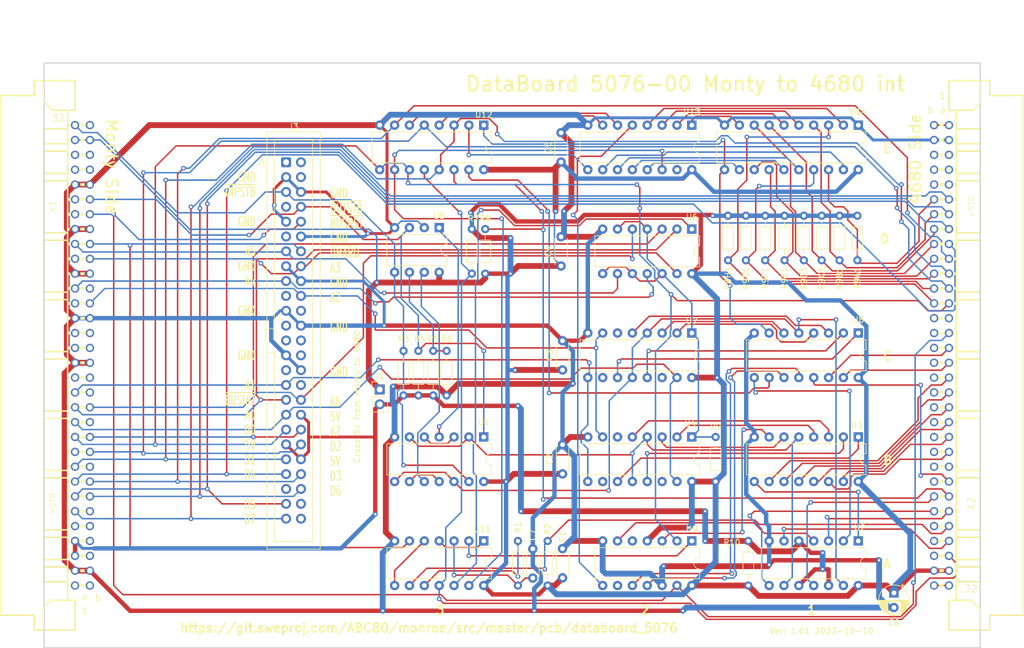
<source format=kicad_pcb>
(kicad_pcb (version 20221018) (generator pcbnew)

  (general
    (thickness 1.6)
  )

  (paper "A4")
  (title_block
    (title "DataBoard 5076-00")
    (date "2023-10-10")
    (rev "v1.01")
    (company "SweProj")
    (comment 1 "Monty to 4680 int")
  )

  (layers
    (0 "F.Cu" signal)
    (31 "B.Cu" signal)
    (32 "B.Adhes" user "B.Adhesive")
    (33 "F.Adhes" user "F.Adhesive")
    (34 "B.Paste" user)
    (35 "F.Paste" user)
    (36 "B.SilkS" user "B.Silkscreen")
    (37 "F.SilkS" user "F.Silkscreen")
    (38 "B.Mask" user)
    (39 "F.Mask" user)
    (40 "Dwgs.User" user "User.Drawings")
    (41 "Cmts.User" user "User.Comments")
    (42 "Eco1.User" user "User.Eco1")
    (43 "Eco2.User" user "User.Eco2")
    (44 "Edge.Cuts" user)
    (45 "Margin" user)
    (46 "B.CrtYd" user "B.Courtyard")
    (47 "F.CrtYd" user "F.Courtyard")
    (48 "B.Fab" user)
    (49 "F.Fab" user)
    (50 "User.1" user)
    (51 "User.2" user)
    (52 "User.3" user)
    (53 "User.4" user)
    (54 "User.5" user)
    (55 "User.6" user)
    (56 "User.7" user)
    (57 "User.8" user)
    (58 "User.9" user)
  )

  (setup
    (pad_to_mask_clearance 0)
    (pcbplotparams
      (layerselection 0x00010fc_ffffffff)
      (plot_on_all_layers_selection 0x0000000_00000000)
      (disableapertmacros false)
      (usegerberextensions false)
      (usegerberattributes true)
      (usegerberadvancedattributes true)
      (creategerberjobfile true)
      (dashed_line_dash_ratio 12.000000)
      (dashed_line_gap_ratio 3.000000)
      (svgprecision 4)
      (plotframeref false)
      (viasonmask false)
      (mode 1)
      (useauxorigin false)
      (hpglpennumber 1)
      (hpglpenspeed 20)
      (hpglpendiameter 15.000000)
      (dxfpolygonmode true)
      (dxfimperialunits true)
      (dxfusepcbnewfont true)
      (psnegative false)
      (psa4output false)
      (plotreference true)
      (plotvalue true)
      (plotinvisibletext false)
      (sketchpadsonfab false)
      (subtractmaskfromsilk false)
      (outputformat 1)
      (mirror false)
      (drillshape 1)
      (scaleselection 1)
      (outputdirectory "")
    )
  )

  (net 0 "")
  (net 1 "unconnected-(X1A-1-PadA1)")
  (net 2 "Net-(U5-COMREF)")
  (net 3 "Net-(U5-1OUT)")
  (net 4 "unconnected-(X1A-5-PadA5)")
  (net 5 "/~{BUSRST}")
  (net 6 "/D0")
  (net 7 "/D2")
  (net 8 "/D1")
  (net 9 "/D4")
  (net 10 "Net-(U3-~{Y6})")
  (net 11 "Net-(U8-~{Y6})")
  (net 12 "unconnected-(X1A-15-PadA15)")
  (net 13 "Net-(U7-E01)")
  (net 14 "unconnected-(X1A-17-PadA17)")
  (net 15 "unconnected-(X1A-18-PadA18)")
  (net 16 "Net-(U1-Pad11)")
  (net 17 "unconnected-(X1A-20-PadA20)")
  (net 18 "Net-(U5-2OUT)")
  (net 19 "/D3")
  (net 20 "unconnected-(X1A-23-PadA23)")
  (net 21 "unconnected-(X1A-26-PadA26)")
  (net 22 "unconnected-(X1A-27-PadA27)")
  (net 23 "unconnected-(X1A-29-PadA29)")
  (net 24 "unconnected-(X1A-30-PadA30)")
  (net 25 "unconnected-(X1B-1-PadB1)")
  (net 26 "unconnected-(X1B-3-PadB3)")
  (net 27 "unconnected-(X1B-4-PadB4)")
  (net 28 "unconnected-(X1B-5-PadB5)")
  (net 29 "unconnected-(X1B-6-PadB6)")
  (net 30 "/D6")
  (net 31 "/D5")
  (net 32 "unconnected-(X1B-9-PadB9)")
  (net 33 "/D7")
  (net 34 "unconnected-(X1B-12-PadB12)")
  (net 35 "unconnected-(X1B-14-PadB14)")
  (net 36 "unconnected-(X1B-15-PadB15)")
  (net 37 "unconnected-(X1B-17-PadB17)")
  (net 38 "unconnected-(X1B-18-PadB18)")
  (net 39 "/~{PREN}")
  (net 40 "unconnected-(X1B-21-PadB21)")
  (net 41 "/~{R{slash}W}")
  (net 42 "/~{INT7}")
  (net 43 "/~{INT6}")
  (net 44 "VCC")
  (net 45 "/~{INT4}")
  (net 46 "unconnected-(X1B-29-PadB29)")
  (net 47 "unconnected-(X1B-30-PadB30)")
  (net 48 "/~{INT3}")
  (net 49 "unconnected-(X1B-32-PadB32)")
  (net 50 "/~{INT2}")
  (net 51 "Net-(U12-OEb)")
  (net 52 "/~{INT1}")
  (net 53 "Net-(U4-D0)")
  (net 54 "Net-(U3-~{E2})")
  (net 55 "/~{INT0}")
  (net 56 "Net-(U1-Pad3)")
  (net 57 "Net-(U3-A0)")
  (net 58 "/~{TREN}")
  (net 59 "/~{PRAC}")
  (net 60 "Net-(U12-OEa)")
  (net 61 "unconnected-(U7-~{Q1}-Pad6)")
  (net 62 "Net-(U3-A1)")
  (net 63 "Net-(U3-A2)")
  (net 64 "Net-(U3-~{E1})")
  (net 65 "Net-(U3-E3)")
  (net 66 "Net-(R1-Pad2)")
  (net 67 "GND")
  (net 68 "/~{STR_OUT}")
  (net 69 "Net-(C7-Pad1)")
  (net 70 "/~{STRINP}")
  (net 71 "/~{C4}")
  (net 72 "/~{C3}")
  (net 73 "/~{C2}")
  (net 74 "/~{C1}")
  (net 75 "+5V")
  (net 76 "unconnected-(U4-~{Q1}-Pad6)")
  (net 77 "unconnected-(J3-Pin_1-Pad1)")
  (net 78 "unconnected-(J3-Pin_2-Pad2)")
  (net 79 "unconnected-(U4-~{Q2}-Pad10)")
  (net 80 "unconnected-(U4-~{Q3}-Pad14)")
  (net 81 "unconnected-(J3-Pin_4-Pad4)")
  (net 82 "unconnected-(U7-~{Q2}-Pad10)")
  (net 83 "Net-(U7-Q2)")
  (net 84 "Net-(U7-Q3)")
  (net 85 "Net-(U9A-~{Q})")
  (net 86 "Net-(U3-~{Y7})")
  (net 87 "unconnected-(J3-Pin_7-Pad7)")
  (net 88 "unconnected-(U7-~{Q3}-Pad14)")
  (net 89 "Net-(U11-Pad12)")
  (net 90 "Net-(U9A-~{R})")
  (net 91 "Net-(U11-Pad1)")
  (net 92 "Net-(U11-Pad5)")
  (net 93 "unconnected-(U9A-Q-Pad5)")
  (net 94 "Net-(U7-Q1)")
  (net 95 "Net-(U7-~{Q0})")
  (net 96 "Net-(U7-Q0)")
  (net 97 "unconnected-(J3-Pin_11-Pad11)")
  (net 98 "Net-(U8-~{Y4})")
  (net 99 "Net-(U8-~{Y3})")
  (net 100 "/~{OUT}")
  (net 101 "/~{OPS}")
  (net 102 "/~{STAT}")
  (net 103 "Net-(U13-EI)")
  (net 104 "unconnected-(U9B-Q-Pad9)")
  (net 105 "Net-(U12-I1)")
  (net 106 "/~{INP}")
  (net 107 "Net-(U12-I2)")
  (net 108 "Net-(U12-I3)")
  (net 109 "Net-(U12-I4)")
  (net 110 "unconnected-(J3-Pin_19-Pad19)")
  (net 111 "Net-(U13-I4)")
  (net 112 "Net-(U13-I5)")
  (net 113 "Net-(U13-I6)")
  (net 114 "Net-(U13-I7)")
  (net 115 "Net-(U13-IO)")
  (net 116 "Net-(U13-I1)")
  (net 117 "Net-(U13-I2)")
  (net 118 "Net-(U13-I3)")
  (net 119 "unconnected-(U13-EO-Pad15)")
  (net 120 "unconnected-(J3-Pin_22-Pad22)")
  (net 121 "unconnected-(J3-Pin_23-Pad23)")
  (net 122 "unconnected-(J3-Pin_25-Pad25)")
  (net 123 "unconnected-(J3-Pin_26-Pad26)")
  (net 124 "unconnected-(J3-Pin_28-Pad28)")
  (net 125 "unconnected-(J3-Pin_29-Pad29)")
  (net 126 "unconnected-(J3-Pin_32-Pad32)")
  (net 127 "unconnected-(J3-Pin_45-Pad45)")
  (net 128 "unconnected-(J3-Pin_48-Pad48)")
  (net 129 "unconnected-(J3-Pin_50-Pad50)")
  (net 130 "unconnected-(X1A-10-PadA10)")
  (net 131 "/~{XINPSTB}")
  (net 132 "/~{XOUTSTB}")
  (net 133 "/XA5")
  (net 134 "/~{DMARQ}")
  (net 135 "/XA3")
  (net 136 "/XA4")
  (net 137 "/XA1")
  (net 138 "/~{BUSINT}")
  (net 139 "/XA6")
  (net 140 "/XA0")
  (net 141 "/XA7")
  (net 142 "/XA2")
  (net 143 "/~{CS}")
  (net 144 "/~{INT5}")
  (net 145 "/-12V")
  (net 146 "/~{TRRQ}")
  (net 147 "/~{BPCLK}")
  (net 148 "/GNDB")
  (net 149 "/~{INT}")
  (net 150 "/~{CSB}")
  (net 151 "/~{NMI}")
  (net 152 "/12V")
  (net 153 "/~{XMEMWR}")
  (net 154 "/~{XMEMFL}")
  (net 155 "/3MHz")
  (net 156 "/~{XCSB2}")
  (net 157 "/~{XCSB3}")
  (net 158 "/~{XCSB4}")
  (net 159 "/~{XCSB5}")
  (net 160 "/A11")
  (net 161 "/A10")
  (net 162 "/A9")
  (net 163 "/~{EXP}")
  (net 164 "/~{BUSEN}")
  (net 165 "/~{DSTB}")
  (net 166 "/A5")
  (net 167 "/A4")
  (net 168 "/A1")
  (net 169 "/A0")
  (net 170 "/~{DIRW{slash}R}")

  (footprint "Package_DIP:DIP-16_W7.62mm" (layer "F.Cu") (at 155.702 91.186 -90))

  (footprint "Resistor_THT:R_Axial_DIN0204_L3.6mm_D1.6mm_P7.62mm_Horizontal" (layer "F.Cu") (at 159.766 116.586 90))

  (footprint "Resistor_THT:R_Axial_DIN0204_L3.6mm_D1.6mm_P7.62mm_Horizontal" (layer "F.Cu") (at 171.546 78.74 90))

  (footprint "Package_DIP:DIP-14_W7.62mm" (layer "F.Cu") (at 120.142 126.746 -90))

  (footprint "Resistor_THT:R_Axial_DIN0204_L3.6mm_D1.6mm_P7.62mm_Horizontal" (layer "F.Cu") (at 125.984 134.366 90))

  (footprint "Resistor_THT:R_Axial_DIN0204_L3.6mm_D1.6mm_P7.62mm_Horizontal" (layer "F.Cu") (at 168.244 78.74 90))

  (footprint "Resistor_THT:R_Axial_DIN0204_L3.6mm_D1.6mm_P7.62mm_Horizontal" (layer "F.Cu") (at 131.064 134.366 90))

  (footprint "Resistor_THT:R_Axial_DIN0204_L3.6mm_D1.6mm_P7.62mm_Horizontal" (layer "F.Cu") (at 164.942 78.74 90))

  (footprint "Package_DIP:DIP-20_W7.62mm" (layer "F.Cu") (at 184.15 55.626 -90))

  (footprint "Capacitor_THT:CP_Radial_D5.0mm_P2.50mm" (layer "F.Cu") (at 190.246 135.636 -90))

  (footprint "Resistor_THT:R_Axial_DIN0204_L3.6mm_D1.6mm_P7.62mm_Horizontal" (layer "F.Cu") (at 113.792 101.854 90))

  (footprint "Resistor_THT:R_Axial_DIN0204_L3.6mm_D1.6mm_P7.62mm_Horizontal" (layer "F.Cu") (at 177.896 78.74 90))

  (footprint "Resistor_THT:R_Axial_DIN0204_L3.6mm_D1.6mm_P7.62mm_Horizontal" (layer "F.Cu") (at 180.944 78.74 90))

  (footprint "Package_DIP:DIP-16_W7.62mm" (layer "F.Cu") (at 120.142 55.626 -90))

  (footprint "Package_DIP:DIP-14_W7.62mm" (layer "F.Cu") (at 155.702 73.406 -90))

  (footprint "Capacitor_THT:C_Disc_D4.3mm_W1.9mm_P5.00mm" (layer "F.Cu") (at 133.604 115.276 90))

  (footprint "Resistor_THT:R_Axial_DIN0204_L3.6mm_D1.6mm_P7.62mm_Horizontal" (layer "F.Cu") (at 165.354 126.746 -90))

  (footprint "Capacitor_THT:C_Disc_D4.3mm_W1.9mm_P5.00mm" (layer "F.Cu") (at 133.35 61.936 90))

  (footprint "databoard_5076:FAB64Q" (layer "F.Cu") (at 202.184 94.996))

  (footprint "Resistor_THT:R_Axial_DIN0204_L3.6mm_D1.6mm_P7.62mm_Horizontal" (layer "F.Cu") (at 106.426 101.854 90))

  (footprint "Resistor_THT:R_Axial_DIN0204_L3.6mm_D1.6mm_P7.62mm_Horizontal" (layer "F.Cu") (at 161.894 78.74 90))

  (footprint "Connector_IDC:IDC-Header_2x25_P2.54mm_Vertical" (layer "F.Cu")
    (tstamp 8cdf41d2-888b-4000-adcd-859c207bc70c)
    (at 86.36 61.976)
    (descr "Through hole IDC box header, 2x25, 2.54mm pitch, DIN 41651 / IEC 60603-13, double rows, https://docs.google.com/spreadsheets/d/16SsEcesNF15N3Lb4niX7dcUr-NY5_MFPQhobNuNppn4/edit#gid=0")
    (tags "Through hole vertical IDC box header THT 2x25 2.54mm double row")
    (property "Sheetfile" "databoard_5076.kicad_sch")
    (property "Sheetname" "")
    (property "ki_description" "Generic connector, double row, 02x25, odd/even pin numbering scheme (row 1 odd numbers, row 2 even numbers), script generated (kicad-library-utils/schlib/autogen/connector/)")
    (property "ki_keywords" "connector")
    (path "/726686d0-076e-4646-9f80-587f9beaca4c")
    (attr through_hole)
    (fp_text reference "J3" (at 1.27 -6.1) (layer "F.SilkS")
        (effects (font (size 1 1) (thickness 0.15)))
      (tstamp b766fb11-afe3-4bd1-8c5d-1b84b097c0f7)
    )
    (fp_text value "Conn_02x25_Odd_Even" (at 1.27 67.06) (layer "F.Fab")
        (effects (font (size 1 1) (thickness 0.15)))
      (tstamp 12521d5e-3f01-43c0-8543-4410ffbdff87)
    )
    (fp_text user "${REFERENCE}" (at 1.27 30.48 90) (layer "F.Fab")
        (effects (font (size 1 1) (thickness 0.15)))
      (tstamp ba4883d6-8ec4-4ddd-a471-d1cc1ab001ab)
    )
    (fp_line (start -4.68 -0.5) (end -4.68 0.5)
      (stroke (width 0.12) (type solid)) (layer "F.SilkS") (tstamp 99694679-48e3-44b7-892a-a6a249c35027))
    (fp_line (start -4.68 0.5) (end -3.68 0)
      (stroke (width 0.12) (type solid)) (layer "F.SilkS") (tstamp a0650d93-a3ce-492c-bdbc-af5c711cf2ed))
    (fp_line (start -3.68 0) (end -4.68 -0.5)
      (stroke (width 0.12) (type solid)) (layer "F.SilkS") (tstamp 5f1f44fa-9b08-476c-b6a0-112147158c8a))
    (fp_line (start -3.29 -5.21) (end 5.83 -5.21)
      (stroke (width 0.12) (type solid)) (layer "F.SilkS") (tstamp f75428dd-10c7-4e17-9259-946b8f84cd0d))
    (fp_line (start -3.29 28.43) (end -1.98 28.43)
      (stroke (width 0.12) (type solid)) (layer "F.SilkS") (tstamp 9499dfea-90d0-4533-871b-484724037704))
    (fp_line (start -3.29 66.17) (end -3.29 -5.21)
      (stroke (width 0.12) (type solid)) (layer "F.SilkS") (tstamp 6d8aa5aa-8c8a-4365-9193-55dc7f84ebb0))
    (fp_line (start -1.98 -3.91) (end 4.52 -3.91)
      (stroke (width 0.12) (type solid)) (layer "F.SilkS") (tstamp 211e4532-d902-4d36-8da3-c496f1f81137))
    (fp_line (start -1.98 28.43) (end -1.98 -3.91)
      (stroke (width 0.12) (type solid)) (layer "F.SilkS") (tstamp 7898d542-3857-48f7-b444-94ac981bb125))
    (fp_line (start -1.98 32.53) (end -3.29 32.53)
      (stroke (width 0.12) (type solid)) (layer "F.SilkS") (tstamp 6b292712-2f7b-4cac-b21f-0c50f38ac869))
    (fp_line (start -1.98 32.53) (end -1.98 32.53)
      (stroke (width 0.12) (type solid)) (layer "F.SilkS") (tstamp 46456993-6856-4569-a6af-c5915116b5aa))
    (fp_line (start -1.98 64.87) (end -1.98 32.53)
      (stroke (width 0.12) (type solid)) (layer "F.SilkS") (tstamp 01887cc5-f766-419e-8604-e168edda5dcc))
    (fp_line (start 4.52 -3.91) (end 4.52 64.87)
      (stroke (width 0.12) (type solid)) (layer "F.SilkS") (tstamp 28d52036-87c9-4e7d-b2aa-6a04e4f65b82))
    (fp_line (start 4.52 64.87) (end -1.98 64.87)
      (stroke (width 0.12) (type solid)) (layer "F.SilkS") (tstamp cc7c1555-99ef-4821-a771-58e9fd1612be))
    (fp_line (start 5.83 -5.21) (end 5.83 66.17)
      (stroke (width 0.12) (type solid)) (layer "F.SilkS") (tstamp 132074e2-6c36-4f87-aed7-872c76791f6e))
    (fp_line (start 5.83 66.17) (end -3.29 66.17)
      (stroke (width 0.12) (type solid)) (layer "F.SilkS") (tstamp 5094c417-5330-4d04-83b9-fe49db2056c1))
    (fp_line (start -3.68 -5.6) (end -3.68 66.56)
      (stroke (width 0.05) (type solid)) (layer "F.CrtYd") (tstamp fa16a02d-b021-4f05-ae9e-9146541fb092))
    (fp_line (start -3.68 66.56) (end 6.22 66.56)
      (stroke (width 0.05) (type solid)) (layer "F.CrtYd") (tstamp 883c5b1f-d585-4fee-887e-b90870641023))
    (fp_line (start 6.22 -5.6) (end -3.68 -5.6)
      (stroke (width 0.05) (type solid)) (layer "F.CrtYd") (tstamp ecfb39e9-4dc7-4012-90f3-b7c2bd3c54fc))
    (fp_line (start 6.22 66.56) (end 6.22 -5.6)
      (stroke (width 0.05) (type solid)) (layer "F.CrtYd") (tstamp 7c0dbbcc-c14f-47d9-848c-9091ab5d332f))
    (fp_line (start -3.18 -4.1) (end -2.18 -5.1)
      (stroke (width 0.1) (type solid)) (layer "F.Fab") (tstamp ebd9221b-74af-422b-ad2a-9c0fefc58b14))
    (fp_line (start -3.18 28.43) (end -1.98 28.43)
      (stroke (width 0.1) (type solid)) (layer "F.Fab") (tstamp 847308f3-ec64-41c9-9e25-86c9a2ae142e))
    (fp_line (start -3.18 66.06) (end -3.18 -4.1)
      (stroke (width 0.1) (type solid)) (layer "F.Fab") (tstamp b0d66287-2661-4f7f-961c-ed0c2fdad03f))
    (fp_line (start -2.18 -5.1) (end 5.72 -5.1)
      (stroke (width 0.1) (type solid)) (layer "F.Fab") (tstamp 3690b43e-f887-40d8-9a66-4054e4bd49b2))
    (fp_line (start -1.98 -3.91) (end 4.52 -3.91)
      (stroke (width 0.1) (type solid)) (layer "F.Fab") (tstamp 445a79e0-4eb8-4a66-b7c8-ed3f5f919e4f))
    (fp_line (start -1.98 28.43) (end -1.98 -3.91)
      (stroke (width 0.1) (type solid)) (layer "F.Fab") (tstamp 32f75a23-d74d-49d1-9f55-4eaab3bf67ba))
    (fp_line (start -1.98 32.53) (end -3.18 32.53)
      (stroke (width 0.1) (type solid)) (layer "F.Fab") (tstamp a2a96772-15b7-4115-8b50-41d53ee48834))
    (fp_line (start -1.98 32.53) (end -1.98 32.53)
      (stroke (width 0.1) (type solid)) (layer "F.Fab") (tstamp 443f8a2b-a8bc-4eb3-bf83-522d29262583))
    (fp_line (start -1.98 64.87) (end -1.98 32.53)
      (stroke (width 0.1) (type solid)) (layer "F.Fab") (tstamp 4063c6a6-33df-4e19-9a34-dfff7f56df84))
    (fp_line (start 4.52 -3.91) (end 4.52 64.87)
      (stroke (width 0.1) (type solid)) (layer "F.Fab") (tstamp 0353bea4-e65a-4ccc-a543-1a8597c6af79))
    (fp_line (start 4.52 64.87) (end -1.98 64.87)
      (stroke (width 0.1) (type solid)) (layer "F.Fab") (tstamp 3150e36a-208c-4f81-beab-b6facc10fe73))
    (fp_line (start 5.72 -5.1) (end 5.72 66.06)
      (stroke (width 0.1) (type solid)) (layer "F.Fab") (tstamp 2c1e38ee-2dfd-4aa2-83fa-941c927f550d))
    (fp_line (start 5.72 66.06) (end -3.18 66.06)
      (stroke (width 0.1) (type solid)) (layer "F.Fab") (tstamp 4531bd1b-4e82-4ab4-a197-2f03419fd759))
    (pad "1" thru_hole roundrect (at 0 0) (size 1.7 1.7) (drill 1) (layers "*.Cu" "*.Mask") (roundrect_rratio 0.147059)
      (net 77 "unconnected-(J3-Pin_1-Pad1)") (pinfunction "Pin_1") (pintype "passive") (tstamp b0b05b57-21d4-4f2a-af3a-e5a53b53b687))
    (pad "2" thru_hole circle (at 2.54 0) (size 1.7 1.7) (drill 1) (layers "*.Cu" "*.Mask")
      (net 78 "unconnected-(J3-Pin_2-Pad2)") (pinfunction "Pin_2") (pintype "passive") (tstamp 70deba09-278d-4b0e-8bdd-95a7e555adbf))
    (pad "3" thru_hole circle (at 0 2.54) (size 1.7 1.7) (drill 1) (layers "*.Cu" "*.Mask")
      (net 67 "GND") (pinfunction "Pin_3") (pintype "passive") (tstamp ed4f45ab-1135-4782-91de-df10d7ce4ce9))
    (pad "4" thru_hole circle (at 2.54 2.54) (size 1.7 1.7) (drill 1) (layers "*.Cu" "*.Mask")
      (net 81 "unconnected-(J3-Pin_4-Pad4)") (pinfunction "Pin_4") (pintype "passive") (tstamp 11e8fad0-485f-4650-bc28-07b492feb94f))
    (pad "5" thru_hole circle (at 0 5.08) (size 1.7 1.7) (drill 1) (layers "*.Cu" "*.Mask")
      (net 131 "/~{XINPSTB}") (pinfunction "Pin_5") (pintype "passive") (tstamp 847e0519-eab4-4bc1-bb89-4af8ce2bc784))
    (pad "6" thru_hole circle (at 2.54 5.08) (size 1.7 1.7) (drill 1) (layers "*.Cu" "*.Mask")
      (net 67 "GND") (pinfunction "Pin_6") (pintype "passive") (tstamp a333f383-2a9a-4fa7-ba33-fd18ad1e2d3c))
    (pad "7" thru_hole circle (at 0 7.62) (size 1.7 1.7) (drill 1) (layers "*.Cu" "*.Mask")
      (net 87 "unconnected-(J3-Pin_7-Pad7)") (pinfunction "Pin_7") (pintype "passive") (tstamp a60faedf-169c-4cef-ac93-f889ad6e94af))
    (pad "8" thru_hole circle (at 2.54 7.62) (size 1.7 1.7) (drill 1) (layers "*.Cu" "*.Mask")
      (net 132 "/~{XOUTSTB}") (pinfunction "Pin_8") (pintype "passive") (tstamp 3b02fc7c-fc8a-48e9-90cc-b7a16d657ef2))
    (pad "9" thru_hole circle (at 0 10.16) (size 1.7 1.7) (drill 1) (layers "*.Cu" "*.Mask")
      (net 67 "GND") (pinfunction "Pin_9") (pintype "passive") (tstamp cfa10c93-e6dd-4b8c-984c-f26fd06b82f1))
    (pad "10" thru_hole circle (at 2.54 10.16) (size 1.7 1.7) (drill 1) (layers "*.Cu" "*.Mask")
      (net 5 "/~{BUSRST}") (pinfunction "Pin_10") (pintype "passive") (tstamp ee7c4716-d143-4def-a4b8-e1bb1ecb23c7))
    (pad "11" thru_hole circle (at 0 12.7) (size 1.7 1.7) (drill 1) (layers "*.Cu" "*.Mask")
      (net 97 "unconnected-(J3-Pin_11-Pad11)") (pinfunction "Pin_11") (pintype "passive") (tstamp 7ad2cae7-0075-4c9c-bbb5-d16fb1be9b24))
    (pad "12" thru_hole circle (at 2.54 12.7) (size 1.7 1.7) (drill 1) (layers "*.Cu" "*.Mask")
      (net 67 "GND") (pinfunction "Pin_12") (pintype "passive") (tstamp 5424a2b4-db13-4e89-902f-6cefcaebce1e))
    (pad "13" thru_hole circle (at 0 15.24) (size 1.7 1.7) (drill 1) (layers "*.Cu" "*.Mask")
      (net 133 "/XA5") (pinfunction "Pin_13") (pintype "passive") (tstamp 8be6e73f-fa61-4374-9b0c-7fb535e31eb8))
    (pad "14" thru_hole circle (at 2.54 15.24) (size 1.7 1.7) (drill 1) (layers "*.Cu" "*.Mask")
      (net 134 "/~{DMARQ}") (pinfunction "Pin_14") (pintype "passive") (tstamp 99b0e702-b8e4-4574-b6d4-ebabaac49afc))
    (pad "15" thru_hole circle (at 0 17.78) (size 1.7 1.7) (drill 1) (layers "*.Cu" "*.Mask")
      (net 67 "GND") (pinfunction "Pin_15") (pintype "passive") (tstamp 363d15a2-24f4-4174-a0d6-dd4ab820c1fe))
    (pad "16" thru_hole circle (at 2.54 17.78) (size 1.7 1.7) (drill 1) (layers "*.Cu" "*.Mask")
      (net 135 "/XA3") (pinfunction "Pin_16") (pintype "passive") (tstamp eb03c921-bbd1-4612-b694-48f57830c95f))
    (pad "17" thru_hole circle (at 0 20.32) (size 1.7 1.7) (drill 1) (layers "*.Cu" "*.Mask")
      (net 136 "/XA4") (pinfunction "Pin_17") (pintype "passive") (tstamp 50c585d9-43a6-4f0f-af86-d67c0229e232))
    (pad "18" thru_hole circle (at 2.54 20.32) (size 1.7 1.7) (drill 1) (layers "*.Cu" "*.Mask")
      (net 67 "GND") (pinfunction "Pin_18") (pintype "passive") (tstamp d966642e-f0c7-4534-bac3-10b5040c2e4c))
    (pad "19" thru_hole circle (at 0 22.86) (size 1.7 1.7) (drill 1) (layers "*.Cu" "*.Mask")
      (net 110 "unconnected-(J3-Pin_19-Pad19)") (pinfunction "Pin_19") (pintype "passive") (tstamp 7af7657f-fb8f-4e16-99de-07b89469586c))
    (pad "20" thru_hole circle (at 2.54 22.86) (size 1.7 1.7) (drill 1) (layers "*.Cu" "*.Mask")
      (net 142 "/XA2") (pinfunction "Pin_20") (pintype "passive") (tstamp bbc5d07d-cfe5-421e-b538-8f24f3fef291))
    (pad "21" thru_hole circle (at 0 25.4) (size 1.7 1.7) (drill 1) (layers "*.Cu" "*.Mask")
      (net 67 "GND") (pinfunction "Pin_21") (pintype "passive") (tstamp 320c2b2a-b781-40a3-9a75-e2c1471de9b5))
    (pad "22" thru_hole circle (at 2.54 25.4) (size 1.7 1.7) (drill 1) (layers "*.Cu" "*.Mask")
      (net 120 "unconnected-(J3-Pin_22-Pad22)") (pinfunction "Pin_22") (pintype "passive") (tstamp 5879e7b3-3fd0-42dd-bab9-22a881247e2f))
    (pad "23" thru_hole circle (at 0 27.94) (size 1.7 1.7) (drill 1) (layers "*.Cu" "*.Mask")
      (net 121 "unconnected-(J3-Pin_23-Pad23)") (pinfunction "Pin_23") (pintype "passive") (tstamp 9606618e-73a3-47a9-9548-f782e9d3ad56))
    (pad "24" thru_hole circle (at 2.54 27.94) (size 1.7 1.7) (drill 1) (layers "*.Cu" "*.Mask")
      (net 67 "GND") (pinfunction "Pin_24") (pintype "passive") (tstamp 5b48bb60-0c7f-4fa5-a627-1108bb7b016f))
    (pad "25" thru_hole circle (at 0 30.48) (size 1.7 1.7) (drill 1) (layers "*.Cu" "*.Mask")
      (net 122 "unconnected-(J3-Pin_25-Pad25)") (pinfunction "Pin_25") (pintype "passive") (tstamp 73dbd86e-51d3-4450-b81a-bf703e90012b))
    (pad "26" thru_hole circle (at 2.54 30.48) (size 1.7 1.7) (drill 1) (layers "*.Cu" "*.Mask")
      (net 123 "unconnected-(J3-Pin_26-Pad26)") (pinfunction "Pin_26") (pintype "passive") (tstamp e5b42448-3433-47a2-9f1b-83aa1921a7d8))
    (pad "27" thru_hole circle (at 0 33.02) (size 1.7 1.7) (drill 1) (layers "*.Cu" "*.Mask")
      (net 67 "GND") (pinfunction "Pin_27") (pintype "passive") (tstamp 45354b56-2149-4cb0-b3d3-10492db9f5fe))
    (pad "28" thru_hole circle (at 2.54 33.02) (size 1.7 1.7) (drill 1) (layers "*.Cu" "*.Mask")
      (net 124 "unconnected-(J3-Pin_28-Pad28)") (pinfunction "Pin_28") (pintype "passive") (tstamp 3bd158d4-94f9-4c06-8b2b-613847801f8a))
    (pad "29" thru_hole circle (at 0 35.56) (size 1.7 1.7) (drill 1) (layers "*.Cu" "*.Mask")
      (net 125 "unconnected-(J3-Pin_29-Pad29)") (pinfunction "Pin_29") (pintype "passive") (tstamp c0860e9d-a994-40b9-bd8a-009851998f95))
    (pad "30" thru_hole circle (at 2.54 35.56) (size 1.7 1.7) (drill 1) (layers "*.Cu" "*.Mask")
      (net 67 "GND") (pinfunction "Pin_30") (pintype "passive") (tstamp a4c5802f-ceb4-456a-b61d-70057c7cd283))
    (pad "31" thru_hole circle (at 0 38.1) (size 1.7 1.7) (drill 1) (layers "*.Cu" "*.Mask")
      (net 137 "/XA1") (pinfunction "Pin_31") (pintype "passive") (tstamp ea9054a9-908e-406a-bc8d-8338aac77800))
    (pad "32" thru_hole circle (at 2.54 38.1) (size 1.7 1.7) (drill 1) (layers "*.Cu" "*.Mask")
      (net 126 "unconnected-(J3-Pin_32-Pad32)") (pinfunction "Pin_32") (pintype "passive") (tstamp a7083ced-d345-4339-a79b-b72841e2f768))
    (pad "33" thru_hole circle (at 0 40.64) (size 1.7 1.7) (drill 1) (layers "*.Cu" "*.Mask")
      (net 138 "/~{BUSINT}") (pinfunction "Pin_33") (pintype "passive") (tstamp 9d3880f1-8f6d-485e-8ca7-2c343d019a9d))
    (pad "34" thru_hole circle (at 2.54 40.64) (size 1.7 1.7) (drill 1) (layers "*.Cu" "*.Mask")
      (net 139 "/XA6") (pinfunction "Pin_34") (pintype "passive") (tstamp 2135282b-8274-42bd-9321-05f736c7db4a))
    (pad "35" thru_hole circle (at 0 43.18) (size 1.7 1.7) (drill 1) (layers "*.Cu" "*.Mask")
      (net 140 "/XA0") (pinfunction "Pin_35") (pintype "passive") (tstamp f547fe97-eb39-426f-ab5b-a947be8d5062))
    (pad "36" thru_hole circle (at 2.54 43.18) (size 1.7 1.7) (drill 1) (layers "*.Cu" "*.Mask")
      (net 75 "+5V") (pinfunction "Pin_36") (pintype "passive") (tstamp 66826ab3-8781-42e4-a09c-c5f1f82b2492))
    (pad "37" thru_hole circle (at 0 45.72) (size 1.7 1.7) (drill 1) (layers "*.Cu" "*.Mask")
      (net 6 "/D0") (pinfunction "Pin_37") (pintype "passive") (tstamp 77924b5f-189b-4712-950b-6297283b5935))
    (pad "38" thru_hole circle (at 2.54 45.72) (size 1.7 1.7) (drill 1) (layers "*.Cu" "*.Mask")
      (net 141 "/XA7") (pinfunction "Pin_38") (pintype "passive") (tstamp fd34374c-8c51-4d79-a659-c708a2bbd122))
    (pad "39" thru_hole circle (at 0 48.26) (size 1.7 1.7) (drill 1) (layers "*.Cu" "*.Mask")
      (net 75 "+5V") (pinfunction "Pin_39") (pintype "passive") (tstamp fd67efb9-cc72-4c0d-b155-5847d14535b0))
    (pad "40" thru_hole circle (at 2.54 48.26) (size 1.7 1.7) (drill 1) (layers "*.Cu" "*.Mask")
      (net 7 "/D2") (pinfunction "Pin_40") (pintype "passive") (tstamp c56d9349-8515-4815-98ec-c17bcac414a8))
    (pad "41" thru_hole circle (at 0 50.8) (size 1.7 1.7) (drill 1) (layers "*.Cu" "*.Mask")
      (net 8 "/D1") (pinfunction "Pin_41") (pintype "passive") (tstamp b3a04148-0060-4007-862a-d43f89dad753))
    (pad "42" thru_hole circle (at 2.54 50.8) (size 1.7 1.7) (drill 1) (layers "*.Cu" "*.Mask")
      (net 75 "+5V") (pinfunction "Pin_42") (pintype "passive") (tstamp 49cf788a-e065-49ed-848d-f9f87efa02a8))
    (pad "43" thru_hole circle (at 0 53.34) (size 1.7 1.7) (drill 1) (layers "*.Cu" "*.Mask")
      (net 9 "/D4") (pinfunction "Pin_43") (pintype "passive") (tstamp 1ff814a6-a875-4ce7-a8ed-3c7c211ddc65))
    (pad "44" thru_hole circle (at 2.54 53.34) (size 1.7 1.7) (drill 1) (layers "*.Cu" "*.Mask")
      (net 19 "/D3") (pinfunction "Pin_44") (pintype "passive") (tstamp bbd81523-5c12-446a-894f-ae2402d56d55))
    (pad "45" thru_hole circle (at 0 55.88) (size 1.7 1.7) (drill 1) (layers "*.Cu" "*.Mask")
      (net 127 "unconnected-(J3-Pin_45-Pad45)") (pinfunction "Pin_45") (pintype "passive"
... [343152 chars truncated]
</source>
